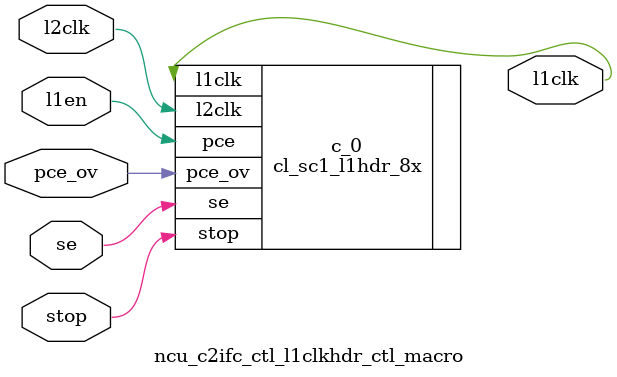
<source format=v>
`define RF_RDEN_OFFSTATE            1'b1

`define NCU_INTMANRF_DEPTH         128
`define NCU_INTMANRF_DATAWIDTH      16
`define NCU_INTMANRF_ADDRWIDTH       7
//====================================

//====================================
`define NCU_MONDORF_DEPTH           64
`define NCU_MONDORF_DATAWIDTH       72
`define NCU_MONDORF_ADDRWIDTH        6
//====================================

//====================================
`define NCU_CPUBUFRF_DEPTH          32
`define NCU_CPUBUFRF_DATAWIDTH     144
`define NCU_CPUBUFRF_ADDRWIDTH       5
//====================================

//====================================
`define NCU_IOBUFRF_DEPTH          32
`define NCU_IOBUFRF_DATAWIDTH     144
`define NCU_IOBUFRF_ADDRWIDTH       5
//====================================

//====================================
`define NCU_IOBUF1RF_DEPTH          32
`define NCU_IOBUF1RF_DATAWIDTH      32
`define NCU_IOBUF1RF_ADDRWIDTH       5
//====================================

//====================================
`define NCU_INTBUFRF_DEPTH          32
`define NCU_INTBUFRF_DATAWIDTH     144
`define NCU_INTBUFRF_ADDRWIDTH       5
//====================================

//== fix me : need to remove when warm //
//== becomes available //
`define WMR_LENGTH		10'd999
`define WMR_LENGTH_P1		10'd1000

//// NCU CSR_MAN address   80_0000_xxxx ////
`define NCU_CSR_MAN			16'h0000
`define NCU_CREG_INTMAN			16'h0000
//`define NCU_CREG_INTVECDISP		16'h0800
`define NCU_CREG_MONDOINVEC		16'h0a00
`define NCU_CREG_SERNUM			16'h1000
`define NCU_CREG_FUSESTAT		16'h1008
`define NCU_CREG_COREAVAIL		16'h1010
`define NCU_CREG_BANKAVAIL		16'h1018
`define NCU_CREG_BANK_ENABLE		16'h1020
`define NCU_CREG_BANK_ENABLE_STATUS 	16'h1028
`define NCU_CREG_L2_HASH_ENABLE		16'h1030
`define NCU_CREG_L2_HASH_ENABLE_STATUS	16'h1038


`define NCU_CREG_MEM32_BASE	16'h2000
`define NCU_CREG_MEM32_MASK	16'h2008
`define NCU_CREG_MEM64_BASE	16'h2010
`define NCU_CREG_MEM64_MASK	16'h2018
`define NCU_CREG_IOCON_BASE	16'h2020
`define NCU_CREG_IOCON_MASK	16'h2028
`define NCU_CREG_MMUFSH		16'h2030

`define NCU_CREG_ESR		16'h3000
`define NCU_CREG_ELE		16'h3008
`define NCU_CREG_EIE		16'h3010
`define NCU_CREG_EJR		16'h3018
`define NCU_CREG_FEE		16'h3020
`define NCU_CREG_PER		16'h3028
`define NCU_CREG_SIISYN		16'h3030
`define NCU_CREG_NCUSYN		16'h3038
`define NCU_CREG_SCKSEL         16'h3040
`define NCU_CREG_DBGTRIG_EN     16'h4000

//// NUC CSR_MONDO address 80_0004_xxxx ////
`define NCU_CSR_MONDO		16'h0004
`define NCU_CREG_MDATA0  	16'h0000 
`define NCU_CREG_MDATA1  	16'h0200 
`define NCU_CREG_MDATA0_ALIAS	16'h0400 
`define NCU_CREG_MDATA1_ALIAS	16'h0600 
`define NCU_CREG_MBUSY		16'h0800 
`define NCU_CREG_MBUSY_ALIAS	16'h0a00 



// ASI shared reg 90_xxxx_xxxx//
`define NCU_ASI_A_HIT			10'h104 // 6-bits cpuid and thread id are "x"
`define NCU_ASI_B_HIT			10'h1CC // 6-bits cpuid and thread id are "x"
`define NCU_ASI_C_HIT			10'h114	// 6-bits cpuid and thread id are "x"
`define NCU_ASI_COREAVAIL		16'h0000
`define NCU_ASI_CORE_ENABLE_STATUS	16'h0010
`define NCU_ASI_CORE_ENABLE		16'h0020
`define NCU_ASI_XIR_STEERING		16'h0030
`define NCU_ASI_CORE_RUNNINGRW		16'h0050
`define NCU_ASI_CORE_RUNNING_STATUS	16'h0058
`define NCU_ASI_CORE_RUNNING_W1S	16'h0060
`define NCU_ASI_CORE_RUNNING_W1C	16'h0068
`define NCU_ASI_INTVECDISP		16'h0000
`define NCU_ASI_ERR_STR                 16'h1000
`define NCU_ASI_WMR_VEC_MASK            16'h0018
`define NCU_ASI_CMP_TICK_ENABLE		16'h0038


//// UCB packet type ////
`define UCB_READ_NACK	4'b0000    // ack/nack types
`define UCB_READ_ACK	4'b0001
`define UCB_WRITE_ACK	4'b0010
`define UCB_IFILL_ACK	4'b0011
`define UCB_IFILL_NACK	4'b0111

`define UCB_READ_REQ	4'b0100    // req types
`define UCB_WRITE_REQ	4'b0101
`define UCB_IFILL_REQ	4'b0110

`define UCB_INT		4'b1000    // plain interrupt
`define UCB_INT_VEC	4'b1100    // interrupt with vector
`define UCB_INT_SOC_UE	4'b1001    // soc interrup ue
`define UCB_INT_SOC_CE  4'b1010    // soc interrup ce
`define UCB_RESET_VEC	4'b0101    // reset with vector
`define UCB_IDLE_VEC	4'b1110    // idle with vector
`define UCB_RESUME_VEC	4'b1111    // resume with vector

`define UCB_INT_SOC 	4'b1101    // soc interrup ce


//// PCX packet type ////
`define	PCX_LOAD_RQ	5'b00000
`define	PCX_IMISS_RQ	5'b10000
`define	PCX_STORE_RQ	5'b00001
`define PCX_FWD_RQs	5'b01101
`define PCX_FWD_RPYs	5'b01110

//// CPX packet type ////
//`define CPX_LOAD_RET	4'b0000
`define CPX_LOAD_RET	4'b1000
`define CPX_ST_ACK	4'b0100
//`define CPX_IFILL_RET	4'b0001
`define CPX_IFILL_RET	4'b1001
`define CPX_INT_RET	4'b0111
`define CPX_INT_SOC	4'b1101
//`define CPX_FWD_RQ_RET	4'b1010
//`define CPX_FWD_RPY_RET	4'b1011




//// Global CSR decode ////
`define NCU_CSR		8'h80
`define NIU_CSR		8'h81
//`define RNG_CSR		8'h82
`define DBG1_CSR               8'h86
`define CCU_CSR		8'h83
`define MCU_CSR		8'h84
`define TCU_CSR		8'h85
`define DMU_CSR		8'h88
`define RCU_CSR		8'h89
`define NCU_ASI		8'h90
			/////8'h91 ~ 9F reserved
			/////8'hA0 ~ BF L2 CSR////
`define DMU_PIO		4'hC   // C0 ~ CF
			/////8'hB0 ~ FE reserved
`define SSI_CSR		8'hFF


//// NCU_SSI ////
`define SSI_ADDR 	 	12'hFF_F
`define SSI_ADDR_TIMEOUT_REG	40'hFF_0001_0088
`define SSI_ADDR_LOG_REG	40'hFF_0000_0018

`define IF_IDLE 2'b00
`define IF_ACPT 2'b01
`define IF_DROP 2'b10

`define SSI_IDLE     3'b000
`define	SSI_REQ      3'b001
`define	SSI_WDATA    3'b011
`define	SSI_REQ_PAR  3'b101
`define	SSI_ACK      3'b111
`define	SSI_RDATA    3'b110
`define	SSI_ACK_PAR  3'b010










module ncu_c2ifc_ctl (
  l2clk, 
  cmp_io_sync_en, 
  io_cmp_sync_en, 
  tcu_scan_en, 
  scan_in, 
  scan_out, 
  tcu_pce_ov, 
  tcu_clk_stop, 
  tcu_aclk, 
  tcu_bclk, 
  pcx_ncu_data_rdy_px1, 
  ncu_pcx_stall_pq, 
  pcx_ncu_vld, 
  pcx_ncu_req, 
  pcx_ncu_addr, 
  pcx_ncu_cputhr, 
  io_mondo_data_wr, 
  mondo_data_bypass_d2, 
  mondo_addr_creg_mdata0_dec_d2, 
  mondo_addr_creg_mdata1_dec_d2, 
  mondo_addr_creg_mbusy_dec_d2, 
  tap_mondo_rd_d2, 
  cpu_mondo_addr_invld_d2, 
  cpubuf_head_s, 
  cpubuf_tail_f, 
  intbuf_wr, 
  intbuf_wr2i2c, 
  cpu_mondo_rd_d2, 
  intbuf_hit_hwm, 
  io_mondo_data_wr_s, 
  io_mondo_data_wr_addr_s, 
  tap_mondo_acc_addr_s, 
  tap_mondo_acc_seq_s, 
  tap_mondo_wr_s, 
  tap_mondo_acc_addr_invld_d2_f, 
  tap_mondo_acc_seq_d2_f, 
  mondo_data_addr_p0, 
  mondo_busy_addr_p0, 
  mondo_data_addr_p1, 
  mondo_busy_addr_p1, 
  mondo_busy_wr_p1, 
  mondo_busy_addr_p2, 
  mondo_busy_wr_p2, 
  mondo_data0_wr, 
  mondo_data1_wr, 
  cpubuf_wr, 
  cpubuf_tail_ptr, 
  mb0_mondo_wr_en, 
  mb0_waddr, 
  mb0_raddr, 
  mb0_run, 
  mb1_run, 
  mb1_waddr, 
  mb1_cpubuf_wr_en, 
  mb0_intbuf_wr_en) ;
wire pcx_ncu_data_rdy_px2_ff_scanin;
wire pcx_ncu_data_rdy_px2_ff_scanout;
wire pcx_ncu_data_rdy_px2;
wire l1clk;
wire pcx_ncu_data_rdy_ff_scanin;
wire pcx_ncu_data_rdy_ff_scanout;
wire pcx_ncu_data_rdy;
wire cpu_mondo_acc;
wire cpu_mondo_rd;
wire cpu_mondo_wr;
wire cpu_mondo_rd_d1_ff_scanin;
wire cpu_mondo_rd_d1_ff_scanout;
wire cpu_mondo_rd_d1;
wire cpu_mondo_rd_d2_ff_scanin;
wire cpu_mondo_rd_d2_ff_scanout;
wire cpu_mondo_wr_d1_ff_scanin;
wire cpu_mondo_wr_d1_ff_scanout;
wire cpu_mondo_wr_d1;
wire cpu_mondo_wr_d2_ff_scanin;
wire cpu_mondo_wr_d2_ff_scanout;
wire cpu_mondo_wr_d2;
wire cpu_mondo_rd_wr;
wire cpu_mondo_rd_wr_d2;
wire cpu_mondo_rd_wr_ff_scanin;
wire cpu_mondo_rd_wr_ff_scanout;
wire intbuf_wr2i2c_ff_scanin;
wire intbuf_wr2i2c_ff_scanout;
wire c_creg_mdata0_alias_dec;
wire c_creg_mdata1_alias_dec;
wire c_creg_mbusy_alias_dec;
wire c_creg_mdata0_proper_dec;
wire c_creg_mdata1_proper_dec;
wire c_creg_mbusy_proper_dec;
wire c_use_thr_addr;
wire [5:0] cpu_mondo_data_addr;
wire cpu_mondo_addr_creg_mdata0_dec;
wire cpu_mondo_addr_creg_mdata1_dec;
wire cpu_mondo_addr_creg_mbusy_dec;
wire cpu_mondo_addr_invld;
wire cpu_mondo_addr_creg_mdata0_dec_d1_ff_scanin;
wire cpu_mondo_addr_creg_mdata0_dec_d1_ff_scanout;
wire cpu_mondo_addr_creg_mdata0_dec_d1;
wire cpu_mondo_addr_creg_mdata1_dec_d1_ff_scanin;
wire cpu_mondo_addr_creg_mdata1_dec_d1_ff_scanout;
wire cpu_mondo_addr_creg_mdata1_dec_d1;
wire cpu_mondo_addr_creg_mbusy_dec_d1_ff_scanin;
wire cpu_mondo_addr_creg_mbusy_dec_d1_ff_scanout;
wire cpu_mondo_addr_creg_mbusy_dec_d1;
wire cpu_mondo_addr_invld_d1_ff_scanin;
wire cpu_mondo_addr_invld_d1_ff_scanout;
wire cpu_mondo_addr_invld_d1;
wire cpu_mondo_addr_invld_d2_ff_scanin;
wire cpu_mondo_addr_invld_d2_ff_scanout;
wire io_mondo_data_wr_ff_scanin;
wire io_mondo_data_wr_ff_scanout;
wire io_mondo_data_addr_ff_scanin;
wire io_mondo_data_addr_ff_scanout;
wire [5:0] io_mondo_data_addr;
wire tap_mondo_acc_addr_ff_scanin;
wire tap_mondo_acc_addr_ff_scanout;
wire [21:0] tap_mondo_acc_addr;
wire t_creg_mdata0_alias_dec;
wire t_creg_mdata1_alias_dec;
wire t_creg_mbusy_alias_dec;
wire t_creg_mdata0_proper_dec;
wire t_creg_mdata1_proper_dec;
wire t_creg_mbusy_proper_dec;
wire t_use_thr_addr;
wire [5:0] tap_mondo_data_addr;
wire tap_mondo_addr_creg_mdata0_dec;
wire tap_mondo_addr_creg_mdata1_dec;
wire tap_mondo_addr_creg_mbusy_dec;
wire tap_mondo_addr_invld;
wire tap_mondo_addr_creg_mdata0_dec_d1_ff_scanin;
wire tap_mondo_addr_creg_mdata0_dec_d1_ff_scanout;
wire tap_mondo_addr_creg_mdata0_dec_d1;
wire tap_mondo_acc;
wire tap_mondo_addr_creg_mdata1_dec_d1_ff_scanin;
wire tap_mondo_addr_creg_mdata1_dec_d1_ff_scanout;
wire tap_mondo_addr_creg_mdata1_dec_d1;
wire tap_mondo_addr_creg_mbusy_dec_d1_ff_scanin;
wire tap_mondo_addr_creg_mbusy_dec_d1_ff_scanout;
wire tap_mondo_addr_creg_mbusy_dec_d1;
wire tap_mondo_addr_invld_d1_ff_scanin;
wire tap_mondo_addr_invld_d1_ff_scanout;
wire tap_mondo_addr_invld_d1;
wire tap_mondo_addr_invld_d2_ff_scanin;
wire tap_mondo_addr_invld_d2_ff_scanout;
wire tap_mondo_addr_invld_d2;
wire tap_mondo_acc_addr_invld_d2_f_ff_scanin;
wire tap_mondo_acc_addr_invld_d2_f_ff_scanout;
wire tap_mondo_acc_seq_ff_scanin;
wire tap_mondo_acc_seq_ff_scanout;
wire tap_mondo_acc_seq;
wire tap_mondo_acc_seq_d1_ff_scanin;
wire tap_mondo_acc_seq_d1_ff_scanout;
wire tap_mondo_acc_seq_d1;
wire tap_mondo_acc_seq_d2_ff_scanin;
wire tap_mondo_acc_seq_d2_ff_scanout;
wire tap_mondo_acc_seq_d2;
wire tap_mondo_acc_seq_d2_f_ff_scanin;
wire tap_mondo_acc_seq_d2_f_ff_scanout;
wire tap_mondo_wr_ff_scanin;
wire tap_mondo_wr_ff_scanout;
wire tap_mondo_wr;
wire tap_mondo_rd;
wire tap_mondo_rd_d1_ff_scanin;
wire tap_mondo_rd_d1_ff_scanout;
wire tap_mondo_rd_d1;
wire tap_mondo_rd_d2_ff_scanin;
wire tap_mondo_rd_d2_ff_scanout;
wire mondo_addr_creg_mdata0_dec_d1;
wire mondo_addr_creg_mdata0_dec_d2_ff_scanin;
wire mondo_addr_creg_mdata0_dec_d2_ff_scanout;
wire mondo_addr_creg_mdata1_dec_d1;
wire mondo_addr_creg_mdata1_dec_d2_ff_scanin;
wire mondo_addr_creg_mdata1_dec_d2_ff_scanout;
wire mondo_addr_creg_mbusy_dec_d1;
wire mondo_addr_creg_mbusy_dec_d2_ff_scanin;
wire mondo_addr_creg_mbusy_dec_d2_ff_scanout;
wire mondo_data0_wr_f;
wire mondo_data1_wr_f;
wire mondo_data_wr_d1_ff_scanin;
wire mondo_data_wr_d1_ff_scanout;
wire mondo_data_wr_d1;
wire mondo_data_addr_p0_d1_ff_scanin;
wire mondo_data_addr_p0_d1_ff_scanout;
wire [5:0] mondo_data_addr_p0_d1;
wire mondo_data_addr_p1_d1_ff_scanin;
wire mondo_data_addr_p1_d1_ff_scanout;
wire [5:0] mondo_data_addr_p1_d1;
wire mondo_data_bypass_d1;
wire mondo_data_bypass_d2_ff_scanin;
wire mondo_data_bypass_d2_ff_scanout;
wire cpubuf_tail_ff_scanin;
wire cpubuf_tail_ff_scanout;
wire [5:0] cpubuf_tail;
wire [5:0] cpubuf_tail_plus;
wire cpubuf_tail_f_ff_scanin;
wire cpubuf_tail_f_ff_scanout;
wire cpubuf_head_ff_scanin;
wire cpubuf_head_ff_scanout;
wire [5:0] cpubuf_head;
wire [5:0] cpubuf_tail_plus6;
wire cpubuf_hit_hwm;
wire ncu_pcx_stall_pq_ff_scanin;
wire ncu_pcx_stall_pq_ff_scanout;
wire siclk;
wire soclk;
wire se;
wire pce_ov;
wire stop;


////////////////////////////////////////////////////////////////////////
// Signal declarations
////////////////////////////////////////////////////////////////////////
   // Global interface
input		l2clk;
input		cmp_io_sync_en;
input		io_cmp_sync_en;

input		tcu_scan_en;
input		scan_in;
output		scan_out;
input		tcu_pce_ov;
input		tcu_clk_stop;
input		tcu_aclk;
input		tcu_bclk;

// Crossbar interface
input		pcx_ncu_data_rdy_px1;
output		ncu_pcx_stall_pq;
 
// c2i fast datapath interface
input		pcx_ncu_vld;
input [4:0]	pcx_ncu_req;
input [39:0]	pcx_ncu_addr;
input [5:0]	pcx_ncu_cputhr;
 			      
output		io_mondo_data_wr;
output		mondo_data_bypass_d2;
output		mondo_addr_creg_mdata0_dec_d2;
output		mondo_addr_creg_mdata1_dec_d2;
output		mondo_addr_creg_mbusy_dec_d2;
output		tap_mondo_rd_d2;
output		cpu_mondo_addr_invld_d2;

// c2i slow control interface
input [5:0]	cpubuf_head_s;
output [5:0]	cpubuf_tail_f;

// i2c fast control interface
output		intbuf_wr;
output		intbuf_wr2i2c;
output		cpu_mondo_rd_d2;

input		intbuf_hit_hwm;

// i2c slow control interface
input		io_mondo_data_wr_s;

// i2c slow datapath interface
input [5:0]	io_mondo_data_wr_addr_s;

// IOB control interface
input [21:0]	tap_mondo_acc_addr_s;
input		tap_mondo_acc_seq_s;
input		tap_mondo_wr_s;
output		tap_mondo_acc_addr_invld_d2_f;
output		tap_mondo_acc_seq_d2_f;

// Mondo data table interface
output [5:0]	mondo_data_addr_p0;
output [5:0]	mondo_busy_addr_p0;

output [5:0]	mondo_data_addr_p1;
output [5:0]	mondo_busy_addr_p1;
output		mondo_busy_wr_p1;

output [5:0]	mondo_busy_addr_p2;
output		mondo_busy_wr_p2;

output		mondo_data0_wr;
output		mondo_data1_wr;

// Cpu buffer interface
output		cpubuf_wr;
output [4:0]	cpubuf_tail_ptr;

// mb0 signals //
input		mb0_mondo_wr_en;
input [5:0]	mb0_waddr;
input [5:0]	mb0_raddr;
input 		mb0_run;
input		mb1_run;
input[5:0]	mb1_waddr;
input		mb1_cpubuf_wr_en;
input		mb0_intbuf_wr_en;



// Internal signals









/*****************************************************************
 * Read/Write request to the interrupt status table, mondo data tables,
 * and mondo busy table from CPU.
 * Write will not update the tables (only generates ack) except the
 * mondo busy bit because the entries are read-only by software.
 *****************************************************************/ 
ncu_c2ifc_ctl_msff_ctl_macro__width_1 pcx_ncu_data_rdy_px2_ff 
				(
				.scan_in(pcx_ncu_data_rdy_px2_ff_scanin),
				.scan_out(pcx_ncu_data_rdy_px2_ff_scanout),
				.dout		(pcx_ncu_data_rdy_px2),
				.l1clk		(l1clk),
				.din		(pcx_ncu_data_rdy_px1),
  .siclk(siclk),
  .soclk(soclk)
				);

ncu_c2ifc_ctl_msff_ctl_macro__width_1 pcx_ncu_data_rdy_ff 
				(
				.scan_in(pcx_ncu_data_rdy_ff_scanin),
				.scan_out(pcx_ncu_data_rdy_ff_scanout),
				.dout		(pcx_ncu_data_rdy),
				.l1clk		(l1clk),
				.din		(pcx_ncu_data_rdy_px2),
  .siclk(siclk),
  .soclk(soclk)
				);

   // Check address to see if request is mondo data, or mondo busy.
   // They are all in the NCU_MONDO CSR space.
assign	cpu_mondo_acc = pcx_ncu_data_rdy & pcx_ncu_vld &
	                (pcx_ncu_addr[39:16] == {`NCU_CSR,`NCU_CSR_MONDO});

assign 	cpu_mondo_rd = cpu_mondo_acc & (pcx_ncu_req[4:0] == `PCX_LOAD_RQ);

//jimmy : this will only cause a wr ack back to source cputhr //
assign 	cpu_mondo_wr = cpu_mondo_acc & (pcx_ncu_req[4:0] == `PCX_STORE_RQ);

ncu_c2ifc_ctl_msff_ctl_macro__width_1 cpu_mondo_rd_d1_ff 
				(
				.scan_in(cpu_mondo_rd_d1_ff_scanin),
				.scan_out(cpu_mondo_rd_d1_ff_scanout),
				.dout		(cpu_mondo_rd_d1),
				.l1clk		(l1clk),
				.din		(cpu_mondo_rd),
  .siclk(siclk),
  .soclk(soclk)
				);

ncu_c2ifc_ctl_msff_ctl_macro__width_1 cpu_mondo_rd_d2_ff 
				(
				.scan_in(cpu_mondo_rd_d2_ff_scanin),
				.scan_out(cpu_mondo_rd_d2_ff_scanout),
				.dout		(cpu_mondo_rd_d2),
				.l1clk		(l1clk),
				.din		(cpu_mondo_rd_d1),
  .siclk(siclk),
  .soclk(soclk)
				);

ncu_c2ifc_ctl_msff_ctl_macro__width_1 cpu_mondo_wr_d1_ff 
				(
				.scan_in(cpu_mondo_wr_d1_ff_scanin),
				.scan_out(cpu_mondo_wr_d1_ff_scanout),
				.dout		(cpu_mondo_wr_d1),
				.l1clk		(l1clk),
				.din		(cpu_mondo_wr),
  .siclk(siclk),
  .soclk(soclk)
				);

ncu_c2ifc_ctl_msff_ctl_macro__width_1 cpu_mondo_wr_d2_ff 
				(
				.scan_in(cpu_mondo_wr_d2_ff_scanin),
				.scan_out(cpu_mondo_wr_d2_ff_scanout),
				.dout		(cpu_mondo_wr_d2),
				.l1clk		(l1clk),
				.din		(cpu_mondo_wr_d1),
  .siclk(siclk),
  .soclk(soclk)
				);

assign		intbuf_wr = mb0_run ? mb0_intbuf_wr_en : cpu_mondo_rd_wr ;
assign 		cpu_mondo_rd_wr_d2 = (cpu_mondo_rd_d2 | cpu_mondo_wr_d2) ;
//assign		intbuf_wr_n = mb0_run ? mb0_intbuf_wr_en : (cpu_mondo_rd_d2 | cpu_mondo_wr_d2) ;

/*
msff_ctl_macro intbuf_wr_ff (width=1)
				(
				.scan_in(intbuf_wr_ff_scanin),
				.scan_out(intbuf_wr_ff_scanout),
				.dout		(intbuf_wr),
				.l1clk		(l1clk),
				.din		(intbuf_wr_n)
				);
*/

ncu_c2ifc_ctl_msff_ctl_macro__width_1 cpu_mondo_rd_wr_ff 
				(
				.scan_in(cpu_mondo_rd_wr_ff_scanin),
				.scan_out(cpu_mondo_rd_wr_ff_scanout),
				.dout		(cpu_mondo_rd_wr),
				.l1clk		(l1clk),
				.din		(cpu_mondo_rd_wr_d2),
  .siclk(siclk),
  .soclk(soclk)
				);


ncu_c2ifc_ctl_msff_ctl_macro__width_1 intbuf_wr2i2c_ff 
				(
				.scan_in(intbuf_wr2i2c_ff_scanin),
				.scan_out(intbuf_wr2i2c_ff_scanout),
				.dout		(intbuf_wr2i2c),
				.l1clk		(l1clk),
				//.din		(intbuf_wr_n)
				.din 	(cpu_mondo_rd_wr_d2),
  .siclk(siclk),
  .soclk(soclk)
				);

/*******************************************************
 * Decode cpu side address to access interrupt table 
 *******************************************************/

///*iobdg_int_mondo_addr_dec cpu_mondo_addr_dec (.addr_in(pcx_ncu_addr[39:0]),
//				    	.thr_id_in(pcx_ncu_cputhr[5:0]),
//				    	.creg_mdata0_dec(cpu_mondo_addr_creg_mdata0_dec),
//				    	.creg_mdata1_dec(cpu_mondo_addr_creg_mdata1_dec),
//				    	.creg_mbusy_dec(cpu_mondo_addr_creg_mbusy_dec),
//				    	.mondo_data_addr(cpu_mondo_data_addr[5:0]),
//				    	.addr_invld(cpu_mondo_addr_invld)); */
assign  c_creg_mdata0_alias_dec = (pcx_ncu_addr[15:0] == `NCU_CREG_MDATA0_ALIAS );
assign  c_creg_mdata1_alias_dec = (pcx_ncu_addr[15:0] == `NCU_CREG_MDATA1_ALIAS );
assign  c_creg_mbusy_alias_dec  = (pcx_ncu_addr[15:0] == `NCU_CREG_MBUSY_ALIAS );

// 16'hff07
assign  c_creg_mdata0_proper_dec = ((pcx_ncu_addr[15:0]&16'hfe07) == `NCU_CREG_MDATA0 );
assign  c_creg_mdata1_proper_dec = ((pcx_ncu_addr[15:0]&16'hfe07) == `NCU_CREG_MDATA1 );
assign  c_creg_mbusy_proper_dec  = ((pcx_ncu_addr[15:0]&16'hfe07) == `NCU_CREG_MBUSY );

assign	c_use_thr_addr = c_creg_mdata0_alias_dec |
		         c_creg_mdata1_alias_dec |
		         c_creg_mbusy_alias_dec;

assign	cpu_mondo_data_addr[5:0] = c_use_thr_addr ? pcx_ncu_cputhr[5:0] : pcx_ncu_addr[8:3];

assign	cpu_mondo_addr_creg_mdata0_dec = c_creg_mdata0_proper_dec | c_creg_mdata0_alias_dec;
assign	cpu_mondo_addr_creg_mdata1_dec = c_creg_mdata1_proper_dec | c_creg_mdata1_alias_dec;
assign	cpu_mondo_addr_creg_mbusy_dec  = c_creg_mbusy_proper_dec  | c_creg_mbusy_alias_dec;

assign	cpu_mondo_addr_invld = ~cpu_mondo_addr_creg_mdata0_dec &
				~cpu_mondo_addr_creg_mdata1_dec &
				~cpu_mondo_addr_creg_mbusy_dec ;

					
ncu_c2ifc_ctl_msff_ctl_macro__width_1 cpu_mondo_addr_creg_mdata0_dec_d1_ff 
				(
				.scan_in(cpu_mondo_addr_creg_mdata0_dec_d1_ff_scanin),
				.scan_out(cpu_mondo_addr_creg_mdata0_dec_d1_ff_scanout),
				.dout		(cpu_mondo_addr_creg_mdata0_dec_d1),
				.l1clk		(l1clk),
				.din		(cpu_mondo_addr_creg_mdata0_dec),
  .siclk(siclk),
  .soclk(soclk)
				);

ncu_c2ifc_ctl_msff_ctl_macro__width_1 cpu_mondo_addr_creg_mdata1_dec_d1_ff 
				(
				.scan_in(cpu_mondo_addr_creg_mdata1_dec_d1_ff_scanin),
				.scan_out(cpu_mondo_addr_creg_mdata1_dec_d1_ff_scanout),
				.dout		(cpu_mondo_addr_creg_mdata1_dec_d1),
				.l1clk		(l1clk),
				.din		(cpu_mondo_addr_creg_mdata1_dec),
  .siclk(siclk),
  .soclk(soclk)
				);

ncu_c2ifc_ctl_msff_ctl_macro__width_1 cpu_mondo_addr_creg_mbusy_dec_d1_ff 
				(
				.scan_in(cpu_mondo_addr_creg_mbusy_dec_d1_ff_scanin),
				.scan_out(cpu_mondo_addr_creg_mbusy_dec_d1_ff_scanout),
				.dout		(cpu_mondo_addr_creg_mbusy_dec_d1),
				.l1clk		(l1clk),
				.din		(cpu_mondo_addr_creg_mbusy_dec),
  .siclk(siclk),
  .soclk(soclk)
				);

ncu_c2ifc_ctl_msff_ctl_macro__width_1 cpu_mondo_addr_invld_d1_ff 
				(
				.scan_in(cpu_mondo_addr_invld_d1_ff_scanin),
				.scan_out(cpu_mondo_addr_invld_d1_ff_scanout),
				.dout		(cpu_mondo_addr_invld_d1),
				.l1clk		(l1clk),
				.din		(cpu_mondo_addr_invld),
  .siclk(siclk),
  .soclk(soclk)
				);

ncu_c2ifc_ctl_msff_ctl_macro__width_1 cpu_mondo_addr_invld_d2_ff 
				(
				.scan_in(cpu_mondo_addr_invld_d2_ff_scanin),
				.scan_out(cpu_mondo_addr_invld_d2_ff_scanout),
				.dout		(cpu_mondo_addr_invld_d2),
				.l1clk		(l1clk),
				.din		(cpu_mondo_addr_invld_d1),
  .siclk(siclk),
  .soclk(soclk)
				);
  
/*****************************************************************
 * Write request to the mondo data0, mondo data1, mondo busy table
 * from JBI
 *****************************************************************/
 // Write will be asserted for multiple cycles.  That's okay.  The
 // same entry in the array will be written several times.
ncu_c2ifc_ctl_msff_ctl_macro__en_1__width_1 io_mondo_data_wr_ff  
				(
				.scan_in(io_mondo_data_wr_ff_scanin),
				.scan_out(io_mondo_data_wr_ff_scanout),
				.dout		(io_mondo_data_wr),
				.l1clk		(l1clk),
				.en		(io_cmp_sync_en),
				.din		(io_mondo_data_wr_s),
  .siclk(siclk),
  .soclk(soclk)
				);

ncu_c2ifc_ctl_msff_ctl_macro__en_1__width_6 io_mondo_data_addr_ff  
				(
				.scan_in(io_mondo_data_addr_ff_scanin),
				.scan_out(io_mondo_data_addr_ff_scanout),
				.dout		(io_mondo_data_addr[5:0]),
				.l1clk		(l1clk),
				.en		(io_cmp_sync_en),
				.din		(io_mondo_data_wr_addr_s[5:0]),
  .siclk(siclk),
  .soclk(soclk)
				);

/*****************************************************************
 * Read/Write request to the mondo data, mondo busy table from TAP
 *****************************************************************/ 
// Flop address to convert to cpu clock domain
ncu_c2ifc_ctl_msff_ctl_macro__en_1__width_22 tap_mondo_acc_addr_ff  
				(
				.scan_in(tap_mondo_acc_addr_ff_scanin),
				.scan_out(tap_mondo_acc_addr_ff_scanout),
				.dout		(tap_mondo_acc_addr[21:0]),
				.l1clk		(l1clk),
				.en		(io_cmp_sync_en),
				.din		(tap_mondo_acc_addr_s[21:0]),
  .siclk(siclk),
  .soclk(soclk)
				);

// Decode address to access interrupt table, mondo data, mondo busy
// Thread ID is hardwired to zero.  TAP should use alias address to access
// mondo data table.  If it tries to use the software address, only
// thread 0's entry is accessible.
/*iobdg_int_mondo_addr_dec tap_mondo_addr_dec (.addr_in(tap_mondo_acc_addr),
				    	.thr_id_in(5'b0),
				    	.creg_mdata0_dec(tap_mondo_addr_creg_mdata0_dec),
				    	.creg_mdata1_dec(tap_mondo_addr_creg_mdata1_dec),
				    	.creg_mbusy_dec(tap_mondo_addr_creg_mbusy_dec),
				    	.mondo_data_addr(tap_mondo_data_addr),
				    	.addr_invld(tap_mondo_addr_invld));*/
assign  t_creg_mdata0_alias_dec = (tap_mondo_acc_addr[15:0] == `NCU_CREG_MDATA0_ALIAS );
assign  t_creg_mdata1_alias_dec = (tap_mondo_acc_addr[15:0] == `NCU_CREG_MDATA1_ALIAS );
assign  t_creg_mbusy_alias_dec  = (tap_mondo_acc_addr[15:0] == `NCU_CREG_MBUSY_ALIAS );

// 16'hff07
assign  t_creg_mdata0_proper_dec = ((tap_mondo_acc_addr[15:0]&16'hfe07) == `NCU_CREG_MDATA0 );
assign  t_creg_mdata1_proper_dec = ((tap_mondo_acc_addr[15:0]&16'hfe07) == `NCU_CREG_MDATA1 );
assign  t_creg_mbusy_proper_dec  = ((tap_mondo_acc_addr[15:0]&16'hfe07) == `NCU_CREG_MBUSY );

assign	t_use_thr_addr = t_creg_mdata0_alias_dec |
		         t_creg_mdata1_alias_dec |
		         t_creg_mbusy_alias_dec;

assign	tap_mondo_data_addr[5:0] = t_use_thr_addr ? tap_mondo_acc_addr[21:16] : tap_mondo_acc_addr[8:3];

assign	tap_mondo_addr_creg_mdata0_dec = t_creg_mdata0_proper_dec | t_creg_mdata0_alias_dec;
assign	tap_mondo_addr_creg_mdata1_dec = t_creg_mdata1_proper_dec | t_creg_mdata1_alias_dec;
assign	tap_mondo_addr_creg_mbusy_dec  = t_creg_mbusy_proper_dec  | t_creg_mbusy_alias_dec;

assign	tap_mondo_addr_invld = ~tap_mondo_addr_creg_mdata0_dec &
				~tap_mondo_addr_creg_mdata1_dec &
				~tap_mondo_addr_creg_mbusy_dec ;


ncu_c2ifc_ctl_msff_ctl_macro__en_1__width_1 tap_mondo_addr_creg_mdata0_dec_d1_ff  
				(
				.scan_in(tap_mondo_addr_creg_mdata0_dec_d1_ff_scanin),
				.scan_out(tap_mondo_addr_creg_mdata0_dec_d1_ff_scanout),
				.dout		(tap_mondo_addr_creg_mdata0_dec_d1),
				.l1clk		(l1clk),
				.en		(tap_mondo_acc),
				.din		(tap_mondo_addr_creg_mdata0_dec),
  .siclk(siclk),
  .soclk(soclk)
				);

ncu_c2ifc_ctl_msff_ctl_macro__en_1__width_1 tap_mondo_addr_creg_mdata1_dec_d1_ff  
				(
				.scan_in(tap_mondo_addr_creg_mdata1_dec_d1_ff_scanin),
				.scan_out(tap_mondo_addr_creg_mdata1_dec_d1_ff_scanout),
				.dout		(tap_mondo_addr_creg_mdata1_dec_d1),
				.l1clk		(l1clk),
				.en		(tap_mondo_acc),
				.din		(tap_mondo_addr_creg_mdata1_dec),
  .siclk(siclk),
  .soclk(soclk)
				);

ncu_c2ifc_ctl_msff_ctl_macro__en_1__width_1 tap_mondo_addr_creg_mbusy_dec_d1_ff  
				(
				.scan_in(tap_mondo_addr_creg_mbusy_dec_d1_ff_scanin),
				.scan_out(tap_mondo_addr_creg_mbusy_dec_d1_ff_scanout),
				.dout		(tap_mondo_addr_creg_mbusy_dec_d1),
				.l1clk		(l1clk),
				.en		(tap_mondo_acc),
				.din		(tap_mondo_addr_creg_mbusy_dec),
  .siclk(siclk),
  .soclk(soclk)
				);

ncu_c2ifc_ctl_msff_ctl_macro__en_1__width_1 tap_mondo_addr_invld_d1_ff  
				(
				.scan_in(tap_mondo_addr_invld_d1_ff_scanin),
				.scan_out(tap_mondo_addr_invld_d1_ff_scanout),
				.dout		(tap_mondo_addr_invld_d1),
				.l1clk		(l1clk),
				.en		(tap_mondo_acc),
				.din		(tap_mondo_addr_invld),
  .siclk(siclk),
  .soclk(soclk)
				);

ncu_c2ifc_ctl_msff_ctl_macro__width_1 tap_mondo_addr_invld_d2_ff 
				(
				.scan_in(tap_mondo_addr_invld_d2_ff_scanin),
				.scan_out(tap_mondo_addr_invld_d2_ff_scanout),
				.dout		(tap_mondo_addr_invld_d2),
				.l1clk		(l1clk),
				.din		(tap_mondo_addr_invld_d1),
  .siclk(siclk),
  .soclk(soclk)
				);

   // Send result back to BSC clock domain
ncu_c2ifc_ctl_msff_ctl_macro__en_1__width_1 tap_mondo_acc_addr_invld_d2_f_ff  
				(
				.scan_in(tap_mondo_acc_addr_invld_d2_f_ff_scanin),
				.scan_out(tap_mondo_acc_addr_invld_d2_f_ff_scanout),
				.dout		(tap_mondo_acc_addr_invld_d2_f),
				.l1clk		(l1clk),
				.en		(cmp_io_sync_en),
				.din		(tap_mondo_addr_invld_d2),
  .siclk(siclk),
  .soclk(soclk)
				);

   // Flop sequence number to convert to cpu clock domain
ncu_c2ifc_ctl_msff_ctl_macro__en_1__width_1 tap_mondo_acc_seq_ff  
				(
				.scan_in(tap_mondo_acc_seq_ff_scanin),
				.scan_out(tap_mondo_acc_seq_ff_scanout),
				.dout		(tap_mondo_acc_seq),
				.l1clk		(l1clk),
				.en		(io_cmp_sync_en),
				.din		(tap_mondo_acc_seq_s),
  .siclk(siclk),
  .soclk(soclk)
				);

// Keep track of which sequence number has been serviced
ncu_c2ifc_ctl_msff_ctl_macro__en_1__width_1 tap_mondo_acc_seq_d1_ff  
				(
				.scan_in(tap_mondo_acc_seq_d1_ff_scanin),
				.scan_out(tap_mondo_acc_seq_d1_ff_scanout),
				.dout		(tap_mondo_acc_seq_d1),
				.l1clk		(l1clk),
				.en		(tap_mondo_acc),
				.din		(tap_mondo_acc_seq),
  .siclk(siclk),
  .soclk(soclk)
				);

ncu_c2ifc_ctl_msff_ctl_macro__width_1 tap_mondo_acc_seq_d2_ff 
				(
				.scan_in(tap_mondo_acc_seq_d2_ff_scanin),
				.scan_out(tap_mondo_acc_seq_d2_ff_scanout),
				.dout		(tap_mondo_acc_seq_d2),
				.l1clk		(l1clk),
				.din		(tap_mondo_acc_seq_d1),
  .siclk(siclk),
  .soclk(soclk)
				);

   // Send result back to JBUS clock domain
ncu_c2ifc_ctl_msff_ctl_macro__en_1__width_1 tap_mondo_acc_seq_d2_f_ff  
				(
				.scan_in(tap_mondo_acc_seq_d2_f_ff_scanin),
				.scan_out(tap_mondo_acc_seq_d2_f_ff_scanout),
				.dout		(tap_mondo_acc_seq_d2_f),
				.l1clk		(l1clk),
				.en		(cmp_io_sync_en),
				.din		(tap_mondo_acc_seq_d2),
  .siclk(siclk),
  .soclk(soclk)
				);


   // Flop write signal to convert to cpu clock domain
ncu_c2ifc_ctl_msff_ctl_macro__en_1__width_1 tap_mondo_wr_ff  
				(
				.scan_in(tap_mondo_wr_ff_scanin),
				.scan_out(tap_mondo_wr_ff_scanout),
				.dout		(tap_mondo_wr),
				.l1clk		(l1clk),
				.en		(io_cmp_sync_en),
				.din		(tap_mondo_wr_s),
  .siclk(siclk),
  .soclk(soclk)
				);


   // CPU read and IO write has higher priority than TAP read/write
assign 	tap_mondo_acc = ~cpu_mondo_acc &
		        ~io_mondo_data_wr &
	               (tap_mondo_acc_seq != tap_mondo_acc_seq_d1);

assign 	tap_mondo_rd = tap_mondo_acc & ~tap_mondo_wr;

ncu_c2ifc_ctl_msff_ctl_macro__width_1 tap_mondo_rd_d1_ff 
				(
				.scan_in(tap_mondo_rd_d1_ff_scanin),
				.scan_out(tap_mondo_rd_d1_ff_scanout),
				.dout		(tap_mondo_rd_d1),
				.l1clk		(l1clk),
				.din		(tap_mondo_rd),
  .siclk(siclk),
  .soclk(soclk)
				);

ncu_c2ifc_ctl_msff_ctl_macro__width_1 tap_mondo_rd_d2_ff 
				(
				.scan_in(tap_mondo_rd_d2_ff_scanin),
				.scan_out(tap_mondo_rd_d2_ff_scanout),
				.dout		(tap_mondo_rd_d2),
				.l1clk		(l1clk),
				.din		(tap_mondo_rd_d1),
  .siclk(siclk),
  .soclk(soclk)
				);


   /*****************************************************************
    * Mux out decoded signals depending on CPU or TAP access
    *****************************************************************/
assign 	mondo_addr_creg_mdata0_dec_d1 = 
		cpu_mondo_rd_d1 ? cpu_mondo_addr_creg_mdata0_dec_d1 :
		                  tap_mondo_addr_creg_mdata0_dec_d1;

ncu_c2ifc_ctl_msff_ctl_macro__width_1 mondo_addr_creg_mdata0_dec_d2_ff 
				(
				.scan_in(mondo_addr_creg_mdata0_dec_d2_ff_scanin),
				.scan_out(mondo_addr_creg_mdata0_dec_d2_ff_scanout),
				.dout		(mondo_addr_creg_mdata0_dec_d2),
				.l1clk		(l1clk),
				.din		(mondo_addr_creg_mdata0_dec_d1),
  .siclk(siclk),
  .soclk(soclk)
				);


assign 	mondo_addr_creg_mdata1_dec_d1 = 
		cpu_mondo_rd_d1 ? cpu_mondo_addr_creg_mdata1_dec_d1 :
		                  tap_mondo_addr_creg_mdata1_dec_d1;

ncu_c2ifc_ctl_msff_ctl_macro__width_1 mondo_addr_creg_mdata1_dec_d2_ff 
				(
				.scan_in(mondo_addr_creg_mdata1_dec_d2_ff_scanin),
				.scan_out(mondo_addr_creg_mdata1_dec_d2_ff_scanout),
				.dout		(mondo_addr_creg_mdata1_dec_d2),
				.l1clk		(l1clk),
				.din		(mondo_addr_creg_mdata1_dec_d1),
  .siclk(siclk),
  .soclk(soclk)
				);


assign 	mondo_addr_creg_mbusy_dec_d1 = 
		cpu_mondo_rd_d1 ? cpu_mondo_addr_creg_mbusy_dec_d1 :
		                  tap_mondo_addr_creg_mbusy_dec_d1;

ncu_c2ifc_ctl_msff_ctl_macro__width_1 mondo_addr_creg_mbusy_dec_d2_ff 
				(
				.scan_in(mondo_addr_creg_mbusy_dec_d2_ff_scanin),
				.scan_out(mondo_addr_creg_mbusy_dec_d2_ff_scanout),
				.dout		(mondo_addr_creg_mbusy_dec_d2),
				.l1clk		(l1clk),
				.din		(mondo_addr_creg_mbusy_dec_d1),
  .siclk(siclk),
  .soclk(soclk)
				);


		
/*****************************************************************
 * Setup read/write access to mondo data table
 *****************************************************************/ 
//assign  mb0_mondo_sel = mb0_run * mb0_mondo_rd_en;
assign 	mondo_data_addr_p0[5:0] = mb0_run ? mb0_raddr[5:0] :
				  cpu_mondo_acc ? cpu_mondo_data_addr[5:0] : tap_mondo_data_addr[5:0];

assign 	mondo_data_addr_p1[5:0] = mb0_run ? mb0_waddr[5:0] :
			       io_mondo_data_wr ? io_mondo_data_addr[5:0] : tap_mondo_data_addr[5:0];

assign  mondo_data0_wr = mb0_run ? mb0_mondo_wr_en : mondo_data0_wr_f;
assign 	mondo_data0_wr_f = io_mondo_data_wr |
		         (tap_mondo_acc & tap_mondo_wr & tap_mondo_addr_creg_mdata0_dec);

assign  mondo_data1_wr = mb0_run ? mb0_mondo_wr_en : mondo_data1_wr_f;
assign 	mondo_data1_wr_f = io_mondo_data_wr |
		         (tap_mondo_acc & tap_mondo_wr & tap_mondo_addr_creg_mdata1_dec);

// Bypass detection - Only bypass if io_mondo_data_wr.  This bypass
//                    is for the case when Jbus interrupt updates the
//                    tables and CPU tries to read the exact same
//                    entry.
//                    No need to bypass if TAP is writing because
//                    TAP access is allowed only if CPU is not
//                    accessing the tables.
ncu_c2ifc_ctl_msff_ctl_macro__width_1 mondo_data_wr_d1_ff 
				(
				.scan_in(mondo_data_wr_d1_ff_scanin),
				.scan_out(mondo_data_wr_d1_ff_scanout),
				.dout		(mondo_data_wr_d1),
				.l1clk		(l1clk),
				.din		(io_mondo_data_wr),
  .siclk(siclk),
  .soclk(soclk)
				);

ncu_c2ifc_ctl_msff_ctl_macro__width_6 mondo_data_addr_p0_d1_ff 
				(
				.scan_in(mondo_data_addr_p0_d1_ff_scanin),
				.scan_out(mondo_data_addr_p0_d1_ff_scanout),
				.dout		(mondo_data_addr_p0_d1[5:0]),
				.l1clk		(l1clk),
				.din		(mondo_data_addr_p0[5:0]),
  .siclk(siclk),
  .soclk(soclk)
				);

ncu_c2ifc_ctl_msff_ctl_macro__width_6 mondo_data_addr_p1_d1_ff 
				(
				.scan_in(mondo_data_addr_p1_d1_ff_scanin),
				.scan_out(mondo_data_addr_p1_d1_ff_scanout),
				.dout		(mondo_data_addr_p1_d1[5:0]),
				.l1clk		(l1clk),
				.din		(mondo_data_addr_p1[5:0]),
  .siclk(siclk),
  .soclk(soclk)
				);

assign 	mondo_data_bypass_d1 = mondo_data_wr_d1 &
	                          (mondo_data_addr_p0_d1[5:0] == mondo_data_addr_p1_d1[5:0]);

ncu_c2ifc_ctl_msff_ctl_macro__width_1 mondo_data_bypass_d2_ff 
				(
				.scan_in(mondo_data_bypass_d2_ff_scanin),
				.scan_out(mondo_data_bypass_d2_ff_scanout),
				.dout		(mondo_data_bypass_d2),
				.l1clk		(l1clk),
				.din		(mondo_data_bypass_d1),
  .siclk(siclk),
  .soclk(soclk)
				);


/*****************************************************************
 * Setup read/write access to mondo busy
 *****************************************************************/
// Need two write ports because JBUS and CPU may write the Busy bit
// at the same time.  If they try to write the same entry at the same
// time (which is probably a software bug), JBUS wins.
// Port 0 - CPU or TAP read
// Port 1 - JBUS or TAP write
// Port 2 - CPU write
assign 	mondo_busy_addr_p0 = mondo_data_addr_p0;

assign 	mondo_busy_addr_p1 = mondo_data_addr_p1;

assign 	mondo_busy_addr_p2 = cpu_mondo_data_addr;


assign 	mondo_busy_wr_p1 = io_mondo_data_wr |
                                (tap_mondo_acc & tap_mondo_wr & tap_mondo_addr_creg_mbusy_dec);

assign 	mondo_busy_wr_p2 = cpu_mondo_acc & cpu_mondo_wr & cpu_mondo_addr_creg_mbusy_dec;

 
/*****************************************************************
 * Cpu Buffer Control
 *****************************************************************/ 
assign 	cpubuf_wr = mb1_run ? mb1_cpubuf_wr_en : (pcx_ncu_data_rdy & pcx_ncu_vld & ~(cpu_mondo_rd | cpu_mondo_wr));
//assign 	cpubuf_wr_l = ~cpubuf_wr;


// Tail pointer to cpu buffer
ncu_c2ifc_ctl_msff_ctl_macro__en_1__width_6 cpubuf_tail_ff  
				(
				.scan_in(cpubuf_tail_ff_scanin),
				.scan_out(cpubuf_tail_ff_scanout),
				.dout		(cpubuf_tail[5:0]),
				.l1clk		(l1clk),
				.en		(cpubuf_wr),
				.din		(cpubuf_tail_plus[5:0]),
  .siclk(siclk),
  .soclk(soclk)
				);

assign 	cpubuf_tail_plus[5:0] = cpubuf_tail[5:0] + 6'd1;

assign 	cpubuf_tail_ptr[4:0] = mb1_run ? mb1_waddr[4:0] : cpubuf_tail[4:0];
//assign cpubuf_tail_ptr[4:0] = cpubuf_tail[4:0];		// cpubuf no longer goes to mb0;

// Send tail pointer to BSC clock domain
ncu_c2ifc_ctl_msff_ctl_macro__en_1__width_6 cpubuf_tail_f_ff  
				(
				.scan_in(cpubuf_tail_f_ff_scanin),
				.scan_out(cpubuf_tail_f_ff_scanout),
				.dout		(cpubuf_tail_f[5:0]),
				.l1clk		(l1clk),
				.en		(cmp_io_sync_en),
				.din		(cpubuf_tail[5:0]),
  .siclk(siclk),
  .soclk(soclk)
				);


// Flop head pointer to convert to CPU clock domain
ncu_c2ifc_ctl_msff_ctl_macro__en_1__width_6 cpubuf_head_ff  
				(
				.scan_in(cpubuf_head_ff_scanin),
				.scan_out(cpubuf_head_ff_scanout),
				.dout		(cpubuf_head[5:0]),
				.l1clk		(l1clk),
				.en		(io_cmp_sync_en),
				.din		(cpubuf_head_s[5:0]),
  .siclk(siclk),
  .soclk(soclk)
				);

			      
//// this is the original n1 scheme, n2 is similar but different//
/************************************************************************
 *                                                   __tail incremented here
 *                                      flop req    |  for packet in PX2
 *                                          |       |
 *                                          |       |    compute    __stall sent here  
 *                                          |       |      hwm     |
 *                                          |       |       |      |
 *                                          V       V       V      V
 *     PQ      PA      PX1     rptr    PX2     C1      C2      C3      rtpr
 *             PQ      PA      PX1     rptr    PX2     C1      C2      C3      rptr
 *                     PQ      PA      PX1     rptr    PX2     C1      C2      C3      rptr
 *                             PQ      PA      PX1     rptr    PX2     C1      C2      C3      rptr
 *                                     PQ      PA      PX1     rptr    PX2     C1      C2      C3      rptr
 *                                             PQ      PA      PX1     rptr    PX2     C1      C2      C3      rptr
 *                                                     PQ      PA      PX1     rptr    PX2     C1      C2      C3      rptr
 *                                                             PQ      PA      PX1     rptr    PX2     C1      C2      C3      rptr
 *                                                                     PQ      PA      PX1     rptr    PX2     C1      C2      C3      rptr
 *                                                                         --> PQ      PA      
 *                                                                        |    
 *                                                                        |    
 *                                                           packet in this PQ is stalled
 * 
 * When the stall is signalled, there can potentially be 8 packets in
 * C2, C1, PX2, rptr, PX1, PA, PQ, and PQ-1 that need to be queued in
 * the CPU shared buffer.
 * Hence, the high water mark is 16 - 8 = 8.
 ************************************************************************/
// Assert stall to crossbar if we are 7 or less entries away from filling
// up cpu buffer.
assign 	cpubuf_tail_plus6[5:0] = cpubuf_tail[5:0] + 6'd6;

assign 	cpubuf_hit_hwm = ((cpubuf_tail_plus6[5] != cpubuf_head[5]) &
	             		   (cpubuf_tail_plus6[4:0] >= cpubuf_head[4:0])) |
				  ((cpubuf_tail_plus6[5] == cpubuf_head[5]) &
	             		   (cpubuf_tail_plus6[4:0] <= cpubuf_head[4:0]));

ncu_c2ifc_ctl_msff_ctl_macro__width_1 ncu_pcx_stall_pq_ff 
				(
				.scan_in(ncu_pcx_stall_pq_ff_scanin),
				.scan_out(ncu_pcx_stall_pq_ff_scanout),
				.dout		(ncu_pcx_stall_pq),
				.l1clk		(l1clk),
				.din		(cpubuf_hit_hwm | intbuf_hit_hwm),
  .siclk(siclk),
  .soclk(soclk)
				);


/**** adding clock header ****/
ncu_c2ifc_ctl_l1clkhdr_ctl_macro clkgen (
				.l2clk	(l2clk),
				.l1en	(1'b1),
				.l1clk	(l1clk),
  .pce_ov(pce_ov),
  .stop(stop),
  .se(se)
				);

/*** building tcu port ***/
assign	siclk = tcu_aclk;
assign	soclk = tcu_bclk;
assign	   se = tcu_scan_en;
assign	pce_ov = tcu_pce_ov;
assign	stop = tcu_clk_stop;

// fixscan start:
assign pcx_ncu_data_rdy_px2_ff_scanin = scan_in                  ;
assign pcx_ncu_data_rdy_ff_scanin = pcx_ncu_data_rdy_px2_ff_scanout;
assign cpu_mondo_rd_d1_ff_scanin = pcx_ncu_data_rdy_ff_scanout;
assign cpu_mondo_rd_d2_ff_scanin = cpu_mondo_rd_d1_ff_scanout;
assign cpu_mondo_wr_d1_ff_scanin = cpu_mondo_rd_d2_ff_scanout;
assign cpu_mondo_wr_d2_ff_scanin = cpu_mondo_wr_d1_ff_scanout;
assign cpu_mondo_rd_wr_ff_scanin = cpu_mondo_wr_d2_ff_scanout;
assign intbuf_wr2i2c_ff_scanin   = cpu_mondo_rd_wr_ff_scanout     ;
assign cpu_mondo_addr_creg_mdata0_dec_d1_ff_scanin = intbuf_wr2i2c_ff_scanout ;
assign cpu_mondo_addr_creg_mdata1_dec_d1_ff_scanin = cpu_mondo_addr_creg_mdata0_dec_d1_ff_scanout;
assign cpu_mondo_addr_creg_mbusy_dec_d1_ff_scanin = cpu_mondo_addr_creg_mdata1_dec_d1_ff_scanout;
assign cpu_mondo_addr_invld_d1_ff_scanin = cpu_mondo_addr_creg_mbusy_dec_d1_ff_scanout;
assign cpu_mondo_addr_invld_d2_ff_scanin = cpu_mondo_addr_invld_d1_ff_scanout;
assign io_mondo_data_wr_ff_scanin = cpu_mondo_addr_invld_d2_ff_scanout;
assign io_mondo_data_addr_ff_scanin = io_mondo_data_wr_ff_scanout;
assign tap_mondo_acc_addr_ff_scanin = io_mondo_data_addr_ff_scanout;
assign tap_mondo_addr_creg_mdata0_dec_d1_ff_scanin = tap_mondo_acc_addr_ff_scanout;
assign tap_mondo_addr_creg_mdata1_dec_d1_ff_scanin = tap_mondo_addr_creg_mdata0_dec_d1_ff_scanout;
assign tap_mondo_addr_creg_mbusy_dec_d1_ff_scanin = tap_mondo_addr_creg_mdata1_dec_d1_ff_scanout;
assign tap_mondo_addr_invld_d1_ff_scanin = tap_mondo_addr_creg_mbusy_dec_d1_ff_scanout;
assign tap_mondo_addr_invld_d2_ff_scanin = tap_mondo_addr_invld_d1_ff_scanout;
assign tap_mondo_acc_addr_invld_d2_f_ff_scanin = tap_mondo_addr_invld_d2_ff_scanout;
assign tap_mondo_acc_seq_ff_scanin = tap_mondo_acc_addr_invld_d2_f_ff_scanout;
assign tap_mondo_acc_seq_d1_ff_scanin = tap_mondo_acc_seq_ff_scanout;
assign tap_mondo_acc_seq_d2_ff_scanin = tap_mondo_acc_seq_d1_ff_scanout;
assign tap_mondo_acc_seq_d2_f_ff_scanin = tap_mondo_acc_seq_d2_ff_scanout;
assign tap_mondo_wr_ff_scanin    = tap_mondo_acc_seq_d2_f_ff_scanout;
assign tap_mondo_rd_d1_ff_scanin = tap_mondo_wr_ff_scanout  ;
assign tap_mondo_rd_d2_ff_scanin = tap_mondo_rd_d1_ff_scanout;
assign mondo_addr_creg_mdata0_dec_d2_ff_scanin = tap_mondo_rd_d2_ff_scanout;
assign mondo_addr_creg_mdata1_dec_d2_ff_scanin = mondo_addr_creg_mdata0_dec_d2_ff_scanout;
assign mondo_addr_creg_mbusy_dec_d2_ff_scanin = mondo_addr_creg_mdata1_dec_d2_ff_scanout;
assign mondo_data_wr_d1_ff_scanin = mondo_addr_creg_mbusy_dec_d2_ff_scanout;
assign mondo_data_addr_p0_d1_ff_scanin = mondo_data_wr_d1_ff_scanout;
assign mondo_data_addr_p1_d1_ff_scanin = mondo_data_addr_p0_d1_ff_scanout;
assign mondo_data_bypass_d2_ff_scanin = mondo_data_addr_p1_d1_ff_scanout;
assign cpubuf_tail_ff_scanin     = mondo_data_bypass_d2_ff_scanout;
assign cpubuf_tail_f_ff_scanin   = cpubuf_tail_ff_scanout   ;
assign cpubuf_head_ff_scanin     = cpubuf_tail_f_ff_scanout ;
assign ncu_pcx_stall_pq_ff_scanin = cpubuf_head_ff_scanout   ;
assign scan_out                  = ncu_pcx_stall_pq_ff_scanout;
// fixscan end:
endmodule // c2i_fctrl







// any PARAMS parms go into naming of macro

module ncu_c2ifc_ctl_msff_ctl_macro__width_1 (
  din, 
  l1clk, 
  scan_in, 
  siclk, 
  soclk, 
  dout, 
  scan_out);
wire [0:0] fdin;

  input [0:0] din;
  input l1clk;
  input scan_in;


  input siclk;
  input soclk;

  output [0:0] dout;
  output scan_out;
assign fdin[0:0] = din[0:0];






dff #(1)  d0_0 (
.l1clk(l1clk),
.siclk(siclk),
.soclk(soclk),
.d(fdin[0:0]),
.si(scan_in),
.so(scan_out),
.q(dout[0:0])
);












endmodule













// any PARAMS parms go into naming of macro

module ncu_c2ifc_ctl_msff_ctl_macro__en_1__width_1 (
  din, 
  en, 
  l1clk, 
  scan_in, 
  siclk, 
  soclk, 
  dout, 
  scan_out);
wire [0:0] fdin;

  input [0:0] din;
  input en;
  input l1clk;
  input scan_in;


  input siclk;
  input soclk;

  output [0:0] dout;
  output scan_out;
assign fdin[0:0] = (din[0:0] & {1{en}}) | (dout[0:0] & ~{1{en}});






dff #(1)  d0_0 (
.l1clk(l1clk),
.siclk(siclk),
.soclk(soclk),
.d(fdin[0:0]),
.si(scan_in),
.so(scan_out),
.q(dout[0:0])
);












endmodule













// any PARAMS parms go into naming of macro

module ncu_c2ifc_ctl_msff_ctl_macro__en_1__width_6 (
  din, 
  en, 
  l1clk, 
  scan_in, 
  siclk, 
  soclk, 
  dout, 
  scan_out);
wire [5:0] fdin;
wire [4:0] so;

  input [5:0] din;
  input en;
  input l1clk;
  input scan_in;


  input siclk;
  input soclk;

  output [5:0] dout;
  output scan_out;
assign fdin[5:0] = (din[5:0] & {6{en}}) | (dout[5:0] & ~{6{en}});






dff #(6)  d0_0 (
.l1clk(l1clk),
.siclk(siclk),
.soclk(soclk),
.d(fdin[5:0]),
.si({scan_in,so[4:0]}),
.so({so[4:0],scan_out}),
.q(dout[5:0])
);












endmodule













// any PARAMS parms go into naming of macro

module ncu_c2ifc_ctl_msff_ctl_macro__en_1__width_22 (
  din, 
  en, 
  l1clk, 
  scan_in, 
  siclk, 
  soclk, 
  dout, 
  scan_out);
wire [21:0] fdin;
wire [20:0] so;

  input [21:0] din;
  input en;
  input l1clk;
  input scan_in;


  input siclk;
  input soclk;

  output [21:0] dout;
  output scan_out;
assign fdin[21:0] = (din[21:0] & {22{en}}) | (dout[21:0] & ~{22{en}});






dff #(22)  d0_0 (
.l1clk(l1clk),
.siclk(siclk),
.soclk(soclk),
.d(fdin[21:0]),
.si({scan_in,so[20:0]}),
.so({so[20:0],scan_out}),
.q(dout[21:0])
);












endmodule













// any PARAMS parms go into naming of macro

module ncu_c2ifc_ctl_msff_ctl_macro__width_6 (
  din, 
  l1clk, 
  scan_in, 
  siclk, 
  soclk, 
  dout, 
  scan_out);
wire [5:0] fdin;
wire [4:0] so;

  input [5:0] din;
  input l1clk;
  input scan_in;


  input siclk;
  input soclk;

  output [5:0] dout;
  output scan_out;
assign fdin[5:0] = din[5:0];






dff #(6)  d0_0 (
.l1clk(l1clk),
.siclk(siclk),
.soclk(soclk),
.d(fdin[5:0]),
.si({scan_in,so[4:0]}),
.so({so[4:0],scan_out}),
.q(dout[5:0])
);












endmodule













// any PARAMS parms go into naming of macro

module ncu_c2ifc_ctl_l1clkhdr_ctl_macro (
  l2clk, 
  l1en, 
  pce_ov, 
  stop, 
  se, 
  l1clk);


  input l2clk;
  input l1en;
  input pce_ov;
  input stop;
  input se;
  output l1clk;



 

cl_sc1_l1hdr_8x c_0 (


   .l2clk(l2clk),
   .pce(l1en),
   .l1clk(l1clk),
  .se(se),
  .pce_ov(pce_ov),
  .stop(stop)
);



endmodule









</source>
